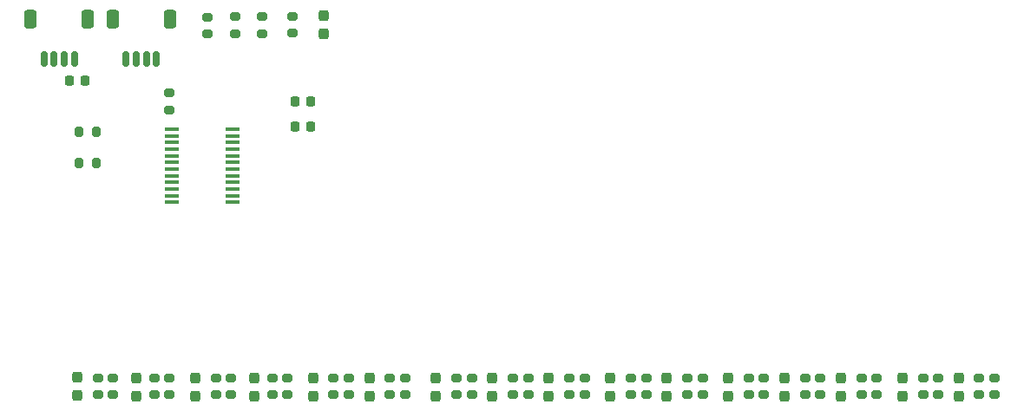
<source format=gtp>
G04 #@! TF.GenerationSoftware,KiCad,Pcbnew,7.0.1*
G04 #@! TF.CreationDate,2023-06-13T03:05:22-04:00*
G04 #@! TF.ProjectId,i2c 24vin,69326320-3234-4766-996e-2e6b69636164,rev?*
G04 #@! TF.SameCoordinates,Original*
G04 #@! TF.FileFunction,Paste,Top*
G04 #@! TF.FilePolarity,Positive*
%FSLAX46Y46*%
G04 Gerber Fmt 4.6, Leading zero omitted, Abs format (unit mm)*
G04 Created by KiCad (PCBNEW 7.0.1) date 2023-06-13 03:05:22*
%MOMM*%
%LPD*%
G01*
G04 APERTURE LIST*
G04 Aperture macros list*
%AMRoundRect*
0 Rectangle with rounded corners*
0 $1 Rounding radius*
0 $2 $3 $4 $5 $6 $7 $8 $9 X,Y pos of 4 corners*
0 Add a 4 corners polygon primitive as box body*
4,1,4,$2,$3,$4,$5,$6,$7,$8,$9,$2,$3,0*
0 Add four circle primitives for the rounded corners*
1,1,$1+$1,$2,$3*
1,1,$1+$1,$4,$5*
1,1,$1+$1,$6,$7*
1,1,$1+$1,$8,$9*
0 Add four rect primitives between the rounded corners*
20,1,$1+$1,$2,$3,$4,$5,0*
20,1,$1+$1,$4,$5,$6,$7,0*
20,1,$1+$1,$6,$7,$8,$9,0*
20,1,$1+$1,$8,$9,$2,$3,0*%
G04 Aperture macros list end*
%ADD10RoundRect,0.200000X-0.275000X0.200000X-0.275000X-0.200000X0.275000X-0.200000X0.275000X0.200000X0*%
%ADD11RoundRect,0.237500X-0.237500X0.287500X-0.237500X-0.287500X0.237500X-0.287500X0.237500X0.287500X0*%
%ADD12RoundRect,0.200000X0.275000X-0.200000X0.275000X0.200000X-0.275000X0.200000X-0.275000X-0.200000X0*%
%ADD13RoundRect,0.225000X-0.225000X-0.250000X0.225000X-0.250000X0.225000X0.250000X-0.225000X0.250000X0*%
%ADD14RoundRect,0.200000X0.200000X0.275000X-0.200000X0.275000X-0.200000X-0.275000X0.200000X-0.275000X0*%
%ADD15RoundRect,0.150000X0.150000X0.625000X-0.150000X0.625000X-0.150000X-0.625000X0.150000X-0.625000X0*%
%ADD16RoundRect,0.250000X0.350000X0.650000X-0.350000X0.650000X-0.350000X-0.650000X0.350000X-0.650000X0*%
%ADD17RoundRect,0.237500X0.237500X-0.287500X0.237500X0.287500X-0.237500X0.287500X-0.237500X-0.287500X0*%
%ADD18R,1.475000X0.450000*%
G04 APERTURE END LIST*
D10*
X119000000Y-117000000D03*
X119000000Y-118650000D03*
X159500000Y-117000000D03*
X159500000Y-118650000D03*
D11*
X121275000Y-117000000D03*
X121275000Y-118750000D03*
D10*
X106000000Y-117000000D03*
X106000000Y-118650000D03*
X107500000Y-117000000D03*
X107500000Y-118650000D03*
X130500000Y-117000000D03*
X130500000Y-118650000D03*
X153500000Y-117000000D03*
X153500000Y-118650000D03*
X142500000Y-117000000D03*
X142500000Y-118650000D03*
D12*
X125000000Y-83325000D03*
X125000000Y-81675000D03*
D10*
X141000000Y-117000000D03*
X141000000Y-118650000D03*
X163500000Y-117000000D03*
X163500000Y-118650000D03*
D13*
X103225000Y-88000000D03*
X104775000Y-88000000D03*
D10*
X111500000Y-117000000D03*
X111500000Y-118650000D03*
D12*
X116713000Y-83405000D03*
X116713000Y-81755000D03*
D10*
X193500000Y-117000000D03*
X193500000Y-118650000D03*
X158000000Y-117000000D03*
X158000000Y-118650000D03*
X192000000Y-117000000D03*
X192000000Y-118650000D03*
D14*
X105825000Y-93000000D03*
X104175000Y-93000000D03*
D11*
X184500000Y-117000000D03*
X184500000Y-118750000D03*
D10*
X169500000Y-117000000D03*
X169500000Y-118650000D03*
X113000000Y-117000000D03*
X113000000Y-118650000D03*
D11*
X132500000Y-117000000D03*
X132500000Y-118750000D03*
X167500000Y-117000000D03*
X167500000Y-118750000D03*
D10*
X186500000Y-117000000D03*
X186500000Y-118650000D03*
D11*
X127000000Y-117000000D03*
X127000000Y-118750000D03*
X156000000Y-117000000D03*
X156000000Y-118750000D03*
D13*
X125225000Y-90000000D03*
X126775000Y-90000000D03*
D15*
X111736000Y-85820000D03*
X110736000Y-85820000D03*
X109736000Y-85820000D03*
X108736000Y-85820000D03*
D16*
X113036000Y-81945000D03*
X107436000Y-81945000D03*
D13*
X125225000Y-92456000D03*
X126775000Y-92456000D03*
D11*
X139000000Y-117000000D03*
X139000000Y-118750000D03*
X104000000Y-116950000D03*
X104000000Y-118700000D03*
D10*
X123000000Y-117000000D03*
X123000000Y-118650000D03*
X152000000Y-117000000D03*
X152000000Y-118650000D03*
X113000000Y-89175000D03*
X113000000Y-90825000D03*
X129000000Y-117000000D03*
X129000000Y-118650000D03*
X188000000Y-117000000D03*
X188000000Y-118650000D03*
D11*
X173000000Y-117000000D03*
X173000000Y-118750000D03*
D10*
X146500000Y-117000000D03*
X146500000Y-118650000D03*
X176500000Y-117000000D03*
X176500000Y-118650000D03*
X136000000Y-117000000D03*
X136000000Y-118650000D03*
X180500000Y-117000000D03*
X180500000Y-118650000D03*
X148000000Y-117000000D03*
X148000000Y-118650000D03*
X117500000Y-117000000D03*
X117500000Y-118650000D03*
D15*
X103735000Y-85820000D03*
X102735000Y-85820000D03*
X101735000Y-85820000D03*
X100735000Y-85820000D03*
D16*
X105035000Y-81945000D03*
X99435000Y-81945000D03*
D11*
X161500000Y-117000000D03*
X161500000Y-118750000D03*
D12*
X122047000Y-83390000D03*
X122047000Y-81740000D03*
D17*
X128000000Y-83375000D03*
X128000000Y-81625000D03*
D10*
X134500000Y-117000000D03*
X134500000Y-118650000D03*
D14*
X105825000Y-96000000D03*
X104175000Y-96000000D03*
D10*
X165000000Y-117000000D03*
X165000000Y-118650000D03*
X175000000Y-117000000D03*
X175000000Y-118650000D03*
D11*
X150000000Y-117000000D03*
X150000000Y-118750000D03*
D10*
X171000000Y-117000000D03*
X171000000Y-118650000D03*
D11*
X178500000Y-117000000D03*
X178500000Y-118750000D03*
D10*
X182000000Y-117000000D03*
X182000000Y-118650000D03*
D11*
X144500000Y-117000000D03*
X144500000Y-118750000D03*
D10*
X124500000Y-117000000D03*
X124500000Y-118650000D03*
D18*
X113254000Y-92700000D03*
X113254000Y-93350000D03*
X113254000Y-94000000D03*
X113254000Y-94650000D03*
X113254000Y-95300000D03*
X113254000Y-95950000D03*
X113254000Y-96600000D03*
X113254000Y-97250000D03*
X113254000Y-97900000D03*
X113254000Y-98550000D03*
X113254000Y-99200000D03*
X113254000Y-99850000D03*
X119130000Y-99850000D03*
X119130000Y-99200000D03*
X119130000Y-98550000D03*
X119130000Y-97900000D03*
X119130000Y-97250000D03*
X119130000Y-96600000D03*
X119130000Y-95950000D03*
X119130000Y-95300000D03*
X119130000Y-94650000D03*
X119130000Y-94000000D03*
X119130000Y-93350000D03*
X119130000Y-92700000D03*
D11*
X109735000Y-117000000D03*
X109735000Y-118750000D03*
X190000000Y-117000000D03*
X190000000Y-118750000D03*
X115500000Y-117000000D03*
X115500000Y-118750000D03*
D12*
X119380000Y-83390000D03*
X119380000Y-81740000D03*
M02*

</source>
